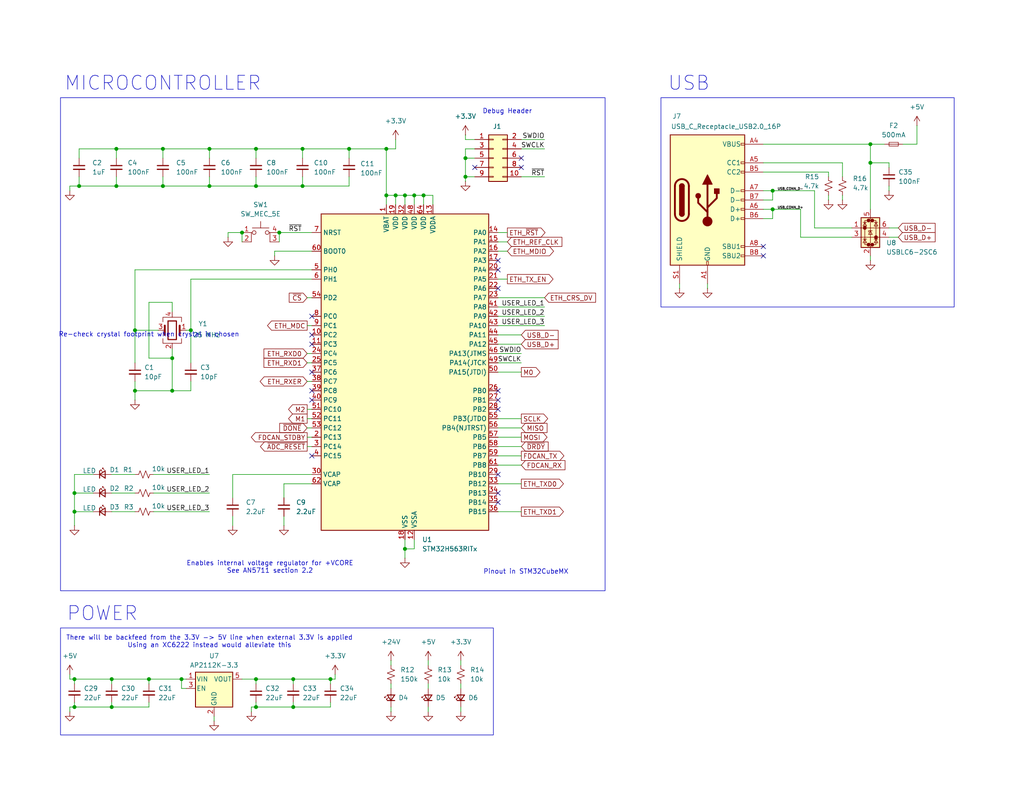
<source format=kicad_sch>
(kicad_sch (version 20250114) (generator "eeschema") (generator_version "9.0")
  (paper "USLetter")
  (title_block (title "PT DAQ") (date "2026-01-01") (rev "1A") (company "Aggie Propulsion and Rocketry Lab") (comment 1 "By: Nolan Poe") (comment 2 "Checked by: Daniel Fan"))
  (lib_symbols
    (symbol "Connector:USB_C_Receptacle_USB2.0_16P" (pin_names (offset 1.016))
      (property "Reference" "J" (at 0 22.225 0))
      (property "Value" "USB_C_Receptacle_USB2.0_16P" (at 0 19.685 0))
      (symbol "USB_C_Receptacle_USB2.0_16P_1_1"
        (pin passive line (at -7.62 -22.86 90) (length 5.08) (name "SHIELD") (number "S1"))
        (pin passive line (at 0 -22.86 90) (length 5.08) (name "GND") (number "A1"))
        (pin passive line (at 0 -22.86 90) (length 5.08) (hide yes) (name "GND") (number "A12"))
        (pin passive line (at 0 -22.86 90) (length 5.08) (hide yes) (name "GND") (number "B1"))
        (pin passive line (at 0 -22.86 90) (length 5.08) (hide yes) (name "GND") (number "B12"))
        (pin passive line (at 15.24 15.24 180) (length 5.08) (name "VBUS") (number "A4"))
        (pin passive line (at 15.24 15.24 180) (length 5.08) (hide yes) (name "VBUS") (number "A9"))
        (pin passive line (at 15.24 15.24 180) (length 5.08) (hide yes) (name "VBUS") (number "B4"))
        (pin passive line (at 15.24 15.24 180) (length 5.08) (hide yes) (name "VBUS") (number "B9"))
        (pin bidirectional line (at 15.24 10.16 180) (length 5.08) (name "CC1") (number "A5"))
        (pin bidirectional line (at 15.24 7.62 180) (length 5.08) (name "CC2") (number "B5"))
        (pin bidirectional line (at 15.24 2.54 180) (length 5.08) (name "D-") (number "A7"))
        (pin bidirectional line (at 15.24 0 180) (length 5.08) (name "D-") (number "B7"))
        (pin bidirectional line (at 15.24 -2.54 180) (length 5.08) (name "D+") (number "A6"))
        (pin bidirectional line (at 15.24 -5.08 180) (length 5.08) (name "D+") (number "B6"))
        (pin bidirectional line (at 15.24 -12.7 180) (length 5.08) (name "SBU1") (number "A8"))
        (pin bidirectional line (at 15.24 -15.24 180) (length 5.08) (name "SBU2") (number "B8"))
      )
    )
    (symbol "Connector_Generic:Conn_02x05_Odd_Even" (pin_names (offset 1.016) (hide yes))
      (property "Reference" "J" (at 1.27 7.62 0))
      (property "Value" "Conn_02x05_Odd_Even" (at 1.27 -7.62 0))
      (symbol "Conn_02x05_Odd_Even_1_1"
        (pin passive line (at -5.08 5.08 0) (length 3.81) (name "Pin_1") (number "1"))
        (pin passive line (at -5.08 2.54 0) (length 3.81) (name "Pin_3") (number "3"))
        (pin passive line (at -5.08 0 0) (length 3.81) (name "Pin_5") (number "5"))
        (pin passive line (at -5.08 -2.54 0) (length 3.81) (name "Pin_7") (number "7"))
        (pin passive line (at -5.08 -5.08 0) (length 3.81) (name "Pin_9") (number "9"))
        (pin passive line (at 7.62 5.08 180) (length 3.81) (name "Pin_2") (number "2"))
        (pin passive line (at 7.62 2.54 180) (length 3.81) (name "Pin_4") (number "4"))
        (pin passive line (at 7.62 0 180) (length 3.81) (name "Pin_6") (number "6"))
        (pin passive line (at 7.62 -2.54 180) (length 3.81) (name "Pin_8") (number "8"))
        (pin passive line (at 7.62 -5.08 180) (length 3.81) (name "Pin_10") (number "10"))
      )
    )
    (symbol "Device:C_Small" (pin_numbers (hide yes)) (pin_names (offset 0.254) (hide yes))
      (property "Reference" "C" (at 0.254 1.778 0))
      (property "Value" "C_Small" (at 0.254 -2.032 0))
      (symbol "C_Small_1_1"
        (pin passive line (at 0 2.54 270) (length 2.032) (name "~") (number "1"))
        (pin passive line (at 0 -2.54 90) (length 2.032) (name "~") (number "2"))
      )
    )
    (symbol "Device:Crystal_GND24" (pin_names (offset 1.016) (hide yes))
      (property "Reference" "Y" (at 3.175 5.08 0))
      (property "Value" "Crystal_GND24" (at 3.175 3.175 0))
      (symbol "Crystal_GND24_1_1"
        (pin passive line (at -3.81 0 0) (length 1.27) (name "1") (number "1"))
        (pin passive line (at 0 5.08 270) (length 1.27) (name "2") (number "2"))
        (pin passive line (at 0 -5.08 90) (length 1.27) (name "4") (number "4"))
        (pin passive line (at 3.81 0 180) (length 1.27) (name "3") (number "3"))
      )
    )
    (symbol "Device:Fuse_Small" (pin_numbers (hide yes)) (pin_names (offset 0.254) (hide yes))
      (property "Reference" "F" (at 0 -1.524 0))
      (property "Value" "Fuse_Small" (at 0 1.524 0))
      (symbol "Fuse_Small_1_1"
        (pin passive line (at -2.54 0 0) (length 1.27) (name "~") (number "1"))
        (pin passive line (at 2.54 0 180) (length 1.27) (name "~") (number "2"))
      )
    )
    (symbol "Device:LED_Small" (pin_numbers (hide yes)) (pin_names (offset 0.254) (hide yes))
      (property "Reference" "D" (at -1.27 3.175 0))
      (property "Value" "LED_Small" (at -4.445 -2.54 0))
      (symbol "LED_Small_1_1"
        (pin passive line (at -2.54 0 0) (length 1.778) (name "K") (number "1"))
        (pin passive line (at 2.54 0 180) (length 1.778) (name "A") (number "2"))
      )
    )
    (symbol "Device:R_Small_US" (pin_numbers (hide yes)) (pin_names (offset 0.254) (hide yes))
      (property "Reference" "R" (at 0.762 0.508 0))
      (property "Value" "R_Small_US" (at 0.762 -1.016 0))
      (symbol "R_Small_US_1_1"
        (pin passive line (at 0 2.54 270) (length 1.016) (name "~") (number "1"))
        (pin passive line (at 0 -2.54 90) (length 1.016) (name "~") (number "2"))
      )
    )
    (symbol "MCU_ST_STM32H5:STM32H563RITx"
      (property "Reference" "U" (at -22.86 44.45 0))
      (property "Value" "STM32H563RITx" (at 10.16 44.45 0))
      (symbol "STM32H563RITx_1_1"
        (pin input line (at -25.4 38.1 0) (length 2.54) (name "NRST") (number "7"))
        (pin input line (at -25.4 33.02 0) (length 2.54) (name "BOOT0") (number "60"))
        (pin bidirectional line (at -25.4 27.94 0) (length 2.54) (name "PH0") (number "5"))
        (pin bidirectional line (at -25.4 25.4 0) (length 2.54) (name "PH1") (number "6"))
        (pin bidirectional line (at -25.4 20.32 0) (length 2.54) (name "PD2") (number "54"))
        (pin bidirectional line (at -25.4 15.24 0) (length 2.54) (name "PC0") (number "8"))
        (pin bidirectional line (at -25.4 12.7 0) (length 2.54) (name "PC1") (number "9"))
        (pin bidirectional line (at -25.4 10.16 0) (length 2.54) (name "PC2") (number "10"))
        (pin bidirectional line (at -25.4 7.62 0) (length 2.54) (name "PC3") (number "11"))
        (pin bidirectional line (at -25.4 5.08 0) (length 2.54) (name "PC4") (number "24"))
        (pin bidirectional line (at -25.4 2.54 0) (length 2.54) (name "PC5") (number "25"))
        (pin bidirectional line (at -25.4 0 0) (length 2.54) (name "PC6") (number "37"))
        (pin bidirectional line (at -25.4 -2.54 0) (length 2.54) (name "PC7") (number "38"))
        (pin bidirectional line (at -25.4 -5.08 0) (length 2.54) (name "PC8") (number "39"))
        (pin bidirectional line (at -25.4 -7.62 0) (length 2.54) (name "PC9") (number "40"))
        (pin bidirectional line (at -25.4 -10.16 0) (length 2.54) (name "PC10") (number "51"))
        (pin bidirectional line (at -25.4 -12.7 0) (length 2.54) (name "PC11") (number "52"))
        (pin bidirectional line (at -25.4 -15.24 0) (length 2.54) (name "PC12") (number "53"))
        (pin bidirectional line (at -25.4 -17.78 0) (length 2.54) (name "PC13") (number "2"))
        (pin bidirectional line (at -25.4 -20.32 0) (length 2.54) (name "PC14") (number "3"))
        (pin bidirectional line (at -25.4 -22.86 0) (length 2.54) (name "PC15") (number "4"))
        (pin power_out line (at -25.4 -27.94 0) (length 2.54) (name "VCAP") (number "30"))
        (pin power_out line (at -25.4 -30.48 0) (length 2.54) (name "VCAP") (number "62"))
        (pin power_in line (at -5.08 45.72 270) (length 2.54) (name "VBAT") (number "1"))
        (pin power_in line (at -2.54 45.72 270) (length 2.54) (name "VDD") (number "19"))
        (pin power_in line (at 0 45.72 270) (length 2.54) (name "VDD") (number "32"))
        (pin power_in line (at 0 -45.72 90) (length 2.54) (name "VSS") (number "18"))
        (pin passive line (at 0 -45.72 90) (length 2.54) (hide yes) (name "VSS") (number "31"))
        (pin passive line (at 0 -45.72 90) (length 2.54) (hide yes) (name "VSS") (number "47"))
        (pin passive line (at 0 -45.72 90) (length 2.54) (hide yes) (name "VSS") (number "63"))
        (pin power_in line (at 2.54 45.72 270) (length 2.54) (name "VDD") (number "48"))
        (pin power_in line (at 2.54 -45.72 90) (length 2.54) (name "VSSA") (number "12"))
        (pin power_in line (at 5.08 45.72 270) (length 2.54) (name "VDD") (number "64"))
        (pin power_in line (at 7.62 45.72 270) (length 2.54) (name "VDDA") (number "13"))
        (pin bidirectional line (at 25.4 38.1 180) (length 2.54) (name "PA0") (number "14"))
        (pin bidirectional line (at 25.4 35.56 180) (length 2.54) (name "PA1") (number "15"))
        (pin bidirectional line (at 25.4 33.02 180) (length 2.54) (name "PA2") (number "16"))
        (pin bidirectional line (at 25.4 30.48 180) (length 2.54) (name "PA3") (number "17"))
        (pin bidirectional line (at 25.4 27.94 180) (length 2.54) (name "PA4") (number "20"))
        (pin bidirectional line (at 25.4 25.4 180) (length 2.54) (name "PA5") (number "21"))
        (pin bidirectional line (at 25.4 22.86 180) (length 2.54) (name "PA6") (number "22"))
        (pin bidirectional line (at 25.4 20.32 180) (length 2.54) (name "PA7") (number "23"))
        (pin bidirectional line (at 25.4 17.78 180) (length 2.54) (name "PA8") (number "41"))
        (pin bidirectional line (at 25.4 15.24 180) (length 2.54) (name "PA9") (number "42"))
        (pin bidirectional line (at 25.4 12.7 180) (length 2.54) (name "PA10") (number "43"))
        (pin bidirectional line (at 25.4 10.16 180) (length 2.54) (name "PA11") (number "44"))
        (pin bidirectional line (at 25.4 7.62 180) (length 2.54) (name "PA12") (number "45"))
        (pin bidirectional line (at 25.4 5.08 180) (length 2.54) (name "PA13(JTMS") (number "46"))
        (pin bidirectional line (at 25.4 2.54 180) (length 2.54) (name "PA14(JTCK") (number "49"))
        (pin bidirectional line (at 25.4 0 180) (length 2.54) (name "PA15(JTDI)") (number "50"))
        (pin bidirectional line (at 25.4 -5.08 180) (length 2.54) (name "PB0") (number "26"))
        (pin bidirectional line (at 25.4 -7.62 180) (length 2.54) (name "PB1") (number "27"))
        (pin bidirectional line (at 25.4 -10.16 180) (length 2.54) (name "PB2") (number "28"))
        (pin bidirectional line (at 25.4 -12.7 180) (length 2.54) (name "PB3(JTDO") (number "55"))
        (pin bidirectional line (at 25.4 -15.24 180) (length 2.54) (name "PB4(NJTRST)") (number "56"))
        (pin bidirectional line (at 25.4 -17.78 180) (length 2.54) (name "PB5") (number "57"))
        (pin bidirectional line (at 25.4 -20.32 180) (length 2.54) (name "PB6") (number "58"))
        (pin bidirectional line (at 25.4 -22.86 180) (length 2.54) (name "PB7") (number "59"))
        (pin bidirectional line (at 25.4 -25.4 180) (length 2.54) (name "PB8") (number "61"))
        (pin bidirectional line (at 25.4 -27.94 180) (length 2.54) (name "PB10") (number "29"))
        (pin bidirectional line (at 25.4 -30.48 180) (length 2.54) (name "PB12") (number "33"))
        (pin bidirectional line (at 25.4 -33.02 180) (length 2.54) (name "PB13") (number "34"))
        (pin bidirectional line (at 25.4 -35.56 180) (length 2.54) (name "PB14") (number "35"))
        (pin bidirectional line (at 25.4 -38.1 180) (length 2.54) (name "PB15") (number "36"))
      )
    )
    (symbol "Power_Protection:USBLC6-2SC6" (pin_names (hide yes))
      (property "Reference" "U" (at 0.635 5.715 0))
      (property "Value" "USBLC6-2SC6" (at 0.635 3.81 0))
      (symbol "USBLC6-2SC6_1_1"
        (pin passive line (at -5.08 0 0) (length 2.54) (name "I/O1") (number "1"))
        (pin passive line (at -5.08 -2.54 0) (length 2.54) (name "I/O2") (number "3"))
        (pin passive line (at 0 5.08 270) (length 2.54) (name "VBUS") (number "5"))
        (pin passive line (at 0 -7.62 90) (length 2.54) (name "GND") (number "2"))
        (pin passive line (at 5.08 0 180) (length 2.54) (name "I/O1") (number "6"))
        (pin passive line (at 5.08 -2.54 180) (length 2.54) (name "I/O2") (number "4"))
      )
    )
    (symbol "Regulator_Linear:AP2112K-3.3" (pin_names (offset 0.254))
      (property "Reference" "U" (at -5.08 5.715 0))
      (property "Value" "AP2112K-3.3" (at 0 5.715 0))
      (symbol "AP2112K-3.3_1_1"
        (pin power_in line (at -7.62 2.54 0) (length 2.54) (name "VIN") (number "1"))
        (pin input line (at -7.62 0 0) (length 2.54) (name "EN") (number "3"))
        (pin power_in line (at 0 -7.62 90) (length 2.54) (name "GND") (number "2"))
        (pin no_connect line (at 5.08 0 180) (length 2.54) (hide yes) (name "NC") (number "4"))
        (pin power_out line (at 7.62 2.54 180) (length 2.54) (name "VOUT") (number "5"))
      )
    )
    (symbol "Switch:SW_MEC_5E" (pin_names (offset 1.016) (hide yes))
      (property "Reference" "SW" (at 0.635 5.715 0))
      (property "Value" "SW_MEC_5E" (at 0 -3.175 0))
      (symbol "SW_MEC_5E_0_1"
        (pin passive line (at -5.08 2.54 0) (length 2.54) (name "1") (number "1"))
        (pin passive line (at -5.08 0 0) (length 2.54) (name "2") (number "2"))
        (pin passive line (at 5.08 2.54 180) (length 2.54) (name "A") (number "4"))
        (pin passive line (at 5.08 0 180) (length 2.54) (name "K") (number "3"))
      )
    )
    (symbol "power:+24V" (power) (pin_numbers (hide yes)) (pin_names (offset 0) (hide yes))
      (property "Value" "+24V" (at 0 3.556 0))
      (symbol "+24V_1_1"
        (pin power_in line (at 0 0 90) (length 0) (name "~") (number "1"))
      )
    )
    (symbol "power:+3.3V" (power) (pin_numbers (hide yes)) (pin_names (offset 0) (hide yes))
      (property "Value" "+3.3V" (at 0 3.556 0))
      (symbol "+3.3V_1_1"
        (pin power_in line (at 0 0 90) (length 0) (name "~") (number "1"))
      )
    )
    (symbol "power:+3V3" (power) (pin_numbers (hide yes)) (pin_names (offset 0) (hide yes))
      (property "Value" "+3V3" (at 0 3.556 0))
      (symbol "+3V3_1_1"
        (pin power_in line (at 0 0 90) (length 0) (name "~") (number "1"))
      )
    )
    (symbol "power:+5V" (power) (pin_numbers (hide yes)) (pin_names (offset 0) (hide yes))
      (property "Value" "+5V" (at 0 3.556 0))
      (symbol "+5V_1_1"
        (pin power_in line (at 0 0 90) (length 0) (name "~") (number "1"))
      )
    )
    (symbol "power:GND" (power) (pin_numbers (hide yes)) (pin_names (offset 0) (hide yes))
      (property "Value" "GND" (at 0 -3.81 0))
      (symbol "GND_1_1"
        (pin power_in line (at 0 0 270) (length 0) (name "~") (number "1"))
      )
    )
  )
  (rectangle (start 180.34 26.67) (end 260.35 83.82))
  (rectangle (start 16.51 171.45) (end 134.62 200.66))
  (rectangle (start 16.51 26.67) (end 165.1 161.29))
  (text "Enables internal voltage regulator for +VCORE\nSee AN5711 section 2.2" (at 73.66 154.94 0) (effects (font (size 1.27 1.27))))
  (text "MICROCONTROLLER" (at 44.45 22.86 0) (effects (font (size 3.81 3.81))))
  (text "There will be backfeed from the 3.3V -> 5V line when external 3.3V is applied\nUsing an XC6222 instead would alleviate this" (at 57.15 175.26 0) (effects (font (size 1.27 1.27))))
  (text "USB" (at 187.96 22.86 0) (effects (font (size 3.81 3.81))))
  (text "POWER" (at 27.94 167.64 0) (effects (font (size 3.81 3.81))))
  (text "Re-check crystal footprint when crystal is chosen" (at 40.64 91.44 0) (effects (font (size 1.27 1.27))))
  (text "Pinout in STM32CubeMX" (at 143.51 156.21 0) (effects (font (size 1.27 1.27))))
  (text "Debug Header" (at 138.43 30.48 0) (effects (font (size 1.27 1.27))))
  (junction (at 44.45 40.64))
  (junction (at 80.01 193.04))
  (junction (at 49.53 185.42))
  (junction (at 69.85 40.64))
  (junction (at 31.75 40.64))
  (junction (at 69.85 193.04))
  (junction (at 57.15 50.8))
  (junction (at 44.45 50.8))
  (junction (at 46.99 106.68))
  (junction (at 36.83 90.17))
  (junction (at 107.95 53.34))
  (junction (at 20.32 139.7))
  (junction (at 66.04 63.5))
  (junction (at 105.41 53.34))
  (junction (at 105.41 40.64))
  (junction (at 210.82 52.07))
  (junction (at 20.32 185.42))
  (junction (at 82.55 40.64))
  (junction (at 237.49 39.37))
  (junction (at 52.07 90.17))
  (junction (at 82.55 50.8))
  (junction (at 20.32 193.04))
  (junction (at 20.32 134.62))
  (junction (at 36.83 106.68))
  (junction (at 110.49 149.86))
  (junction (at 115.57 53.34))
  (junction (at 46.99 97.79))
  (junction (at 76.2 63.5))
  (junction (at 30.48 185.42))
  (junction (at 40.64 185.42))
  (junction (at 110.49 53.34))
  (junction (at 80.01 185.42))
  (junction (at 31.75 50.8))
  (junction (at 127 48.26))
  (junction (at 30.48 193.04))
  (junction (at 69.85 185.42))
  (junction (at 113.03 53.34))
  (junction (at 237.49 44.45))
  (junction (at 69.85 50.8))
  (junction (at 95.25 40.64))
  (junction (at 21.59 50.8))
  (junction (at 127 43.18))
  (junction (at 90.17 185.42))
  (junction (at 210.82 57.15))
  (junction (at 57.15 40.64))
  (no_connect (at 142.24 43.18))
  (no_connect (at 129.54 45.72))
  (no_connect (at 208.28 67.31))
  (no_connect (at 85.09 106.68))
  (no_connect (at 135.89 109.22))
  (no_connect (at 135.89 78.74))
  (no_connect (at 85.09 101.6))
  (no_connect (at 135.89 71.12))
  (no_connect (at 208.28 69.85))
  (no_connect (at 135.89 73.66))
  (no_connect (at 85.09 91.44))
  (no_connect (at 135.89 111.76))
  (no_connect (at 135.89 137.16))
  (no_connect (at 85.09 86.36))
  (no_connect (at 85.09 124.46))
  (no_connect (at 135.89 134.62))
  (no_connect (at 85.09 93.98))
  (no_connect (at 142.24 45.72))
  (no_connect (at 135.89 106.68))
  (no_connect (at 85.09 109.22))
  (no_connect (at 135.89 129.54))
  (wire (pts (xy 80.01 185.42) (xy 90.17 185.42)))
  (wire (pts (xy 135.89 91.44) (xy 142.24 91.44)))
  (wire (pts (xy 118.11 55.88) (xy 118.11 53.34)))
  (wire (pts (xy 80.01 185.42) (xy 80.01 186.69)))
  (wire (pts (xy 20.32 185.42) (xy 20.32 186.69)))
  (wire (pts (xy 57.15 40.64) (xy 69.85 40.64)))
  (wire (pts (xy 21.59 40.64) (xy 31.75 40.64)))
  (wire (pts (xy 31.75 50.8) (xy 31.75 48.26)))
  (wire (pts (xy 66.04 63.5) (xy 66.04 66.04)))
  (wire (pts (xy 20.32 134.62) (xy 25.4 134.62)))
  (wire (pts (xy 116.84 193.04) (xy 116.84 194.31)))
  (wire (pts (xy 127 38.1) (xy 129.54 38.1)))
  (wire (pts (xy 20.32 129.54) (xy 20.32 134.62)))
  (wire (pts (xy 125.73 193.04) (xy 125.73 194.31)))
  (wire (pts (xy 127 43.18) (xy 127 40.64)))
  (wire (pts (xy 31.75 43.18) (xy 31.75 40.64)))
  (wire (pts (xy 91.44 185.42) (xy 91.44 184.15)))
  (wire (pts (xy 106.68 187.96) (xy 106.68 186.69)))
  (wire (pts (xy 83.82 81.28) (xy 85.09 81.28)))
  (wire (pts (xy 242.57 52.07) (xy 242.57 50.8)))
  (wire (pts (xy 49.53 187.96) (xy 49.53 185.42)))
  (wire (pts (xy 69.85 40.64) (xy 69.85 43.18)))
  (wire (pts (xy 95.25 40.64) (xy 105.41 40.64)))
  (wire (pts (xy 69.85 40.64) (xy 82.55 40.64)))
  (wire (pts (xy 83.82 116.84) (xy 85.09 116.84)))
  (wire (pts (xy 41.91 129.54) (xy 57.15 129.54)))
  (wire (pts (xy 142.24 119.38) (xy 135.89 119.38)))
  (wire (pts (xy 142.24 121.92) (xy 135.89 121.92)))
  (wire (pts (xy 30.48 134.62) (xy 36.83 134.62)))
  (wire (pts (xy 148.59 48.26) (xy 142.24 48.26)))
  (wire (pts (xy 127 48.26) (xy 127 49.53)))
  (wire (pts (xy 237.49 57.15) (xy 237.49 44.45)))
  (wire (pts (xy 222.25 62.23) (xy 232.41 62.23)))
  (wire (pts (xy 105.41 53.34) (xy 105.41 55.88)))
  (wire (pts (xy 241.3 39.37) (xy 237.49 39.37)))
  (wire (pts (xy 46.99 97.79) (xy 46.99 106.68)))
  (wire (pts (xy 30.48 185.42) (xy 30.48 186.69)))
  (wire (pts (xy 185.42 78.74) (xy 185.42 77.47)))
  (wire (pts (xy 30.48 129.54) (xy 36.83 129.54)))
  (wire (pts (xy 21.59 40.64) (xy 21.59 43.18)))
  (wire (pts (xy 83.82 121.92) (xy 85.09 121.92)))
  (wire (pts (xy 142.24 139.7) (xy 135.89 139.7)))
  (wire (pts (xy 125.73 187.96) (xy 125.73 186.69)))
  (wire (pts (xy 80.01 191.77) (xy 80.01 193.04)))
  (wire (pts (xy 113.03 149.86) (xy 110.49 149.86)))
  (wire (pts (xy 20.32 193.04) (xy 20.32 191.77)))
  (wire (pts (xy 83.82 88.9) (xy 85.09 88.9)))
  (wire (pts (xy 208.28 39.37) (xy 237.49 39.37)))
  (wire (pts (xy 63.5 129.54) (xy 63.5 135.89)))
  (wire (pts (xy 69.85 185.42) (xy 69.85 186.69)))
  (wire (pts (xy 127 40.64) (xy 129.54 40.64)))
  (wire (pts (xy 82.55 50.8) (xy 82.55 48.26)))
  (wire (pts (xy 148.59 81.28) (xy 135.89 81.28)))
  (wire (pts (xy 127 43.18) (xy 129.54 43.18)))
  (wire (pts (xy 242.57 44.45) (xy 242.57 45.72)))
  (wire (pts (xy 20.32 139.7) (xy 25.4 139.7)))
  (wire (pts (xy 82.55 50.8) (xy 95.25 50.8)))
  (wire (pts (xy 148.59 38.1) (xy 142.24 38.1)))
  (wire (pts (xy 63.5 129.54) (xy 85.09 129.54)))
  (wire (pts (xy 49.53 187.96) (xy 50.8 187.96)))
  (wire (pts (xy 107.95 53.34) (xy 105.41 53.34)))
  (wire (pts (xy 242.57 62.23) (xy 245.11 62.23)))
  (wire (pts (xy 40.64 97.79) (xy 46.99 97.79)))
  (wire (pts (xy 82.55 40.64) (xy 82.55 43.18)))
  (wire (pts (xy 110.49 149.86) (xy 110.49 147.32)))
  (wire (pts (xy 62.23 63.5) (xy 62.23 64.77)))
  (wire (pts (xy 90.17 193.04) (xy 90.17 191.77)))
  (wire (pts (xy 69.85 50.8) (xy 69.85 48.26)))
  (wire (pts (xy 21.59 50.8) (xy 19.05 50.8)))
  (wire (pts (xy 40.64 193.04) (xy 40.64 191.77)))
  (wire (pts (xy 74.93 68.58) (xy 85.09 68.58)))
  (wire (pts (xy 210.82 57.15) (xy 218.44 57.15)))
  (wire (pts (xy 138.43 76.2) (xy 135.89 76.2)))
  (wire (pts (xy 44.45 50.8) (xy 57.15 50.8)))
  (wire (pts (xy 218.44 64.77) (xy 232.41 64.77)))
  (wire (pts (xy 107.95 55.88) (xy 107.95 53.34)))
  (wire (pts (xy 57.15 50.8) (xy 57.15 48.26)))
  (wire (pts (xy 36.83 90.17) (xy 43.18 90.17)))
  (wire (pts (xy 237.49 44.45) (xy 242.57 44.45)))
  (wire (pts (xy 250.19 39.37) (xy 246.38 39.37)))
  (wire (pts (xy 95.25 40.64) (xy 95.25 43.18)))
  (wire (pts (xy 208.28 52.07) (xy 210.82 52.07)))
  (wire (pts (xy 226.06 54.61) (xy 226.06 53.34)))
  (wire (pts (xy 46.99 85.09) (xy 46.99 82.55)))
  (wire (pts (xy 46.99 97.79) (xy 46.99 95.25)))
  (wire (pts (xy 76.2 63.5) (xy 85.09 63.5)))
  (wire (pts (xy 106.68 180.34) (xy 106.68 181.61)))
  (wire (pts (xy 90.17 185.42) (xy 90.17 186.69)))
  (wire (pts (xy 208.28 54.61) (xy 210.82 54.61)))
  (wire (pts (xy 208.28 46.99) (xy 226.06 46.99)))
  (wire (pts (xy 125.73 180.34) (xy 125.73 181.61)))
  (wire (pts (xy 40.64 185.42) (xy 40.64 186.69)))
  (wire (pts (xy 74.93 68.58) (xy 74.93 69.85)))
  (wire (pts (xy 142.24 124.46) (xy 135.89 124.46)))
  (wire (pts (xy 30.48 185.42) (xy 40.64 185.42)))
  (wire (pts (xy 41.91 134.62) (xy 57.15 134.62)))
  (wire (pts (xy 41.91 139.7) (xy 57.15 139.7)))
  (wire (pts (xy 20.32 134.62) (xy 20.32 139.7)))
  (wire (pts (xy 237.49 71.12) (xy 237.49 69.85)))
  (wire (pts (xy 91.44 185.42) (xy 90.17 185.42)))
  (wire (pts (xy 113.03 53.34) (xy 110.49 53.34)))
  (wire (pts (xy 36.83 73.66) (xy 85.09 73.66)))
  (wire (pts (xy 77.47 143.51) (xy 77.47 140.97)))
  (wire (pts (xy 245.11 64.77) (xy 242.57 64.77)))
  (wire (pts (xy 21.59 50.8) (xy 31.75 50.8)))
  (wire (pts (xy 69.85 50.8) (xy 82.55 50.8)))
  (wire (pts (xy 110.49 53.34) (xy 110.49 55.88)))
  (wire (pts (xy 20.32 193.04) (xy 30.48 193.04)))
  (wire (pts (xy 77.47 132.08) (xy 77.47 135.89)))
  (wire (pts (xy 36.83 73.66) (xy 36.83 90.17)))
  (wire (pts (xy 30.48 193.04) (xy 40.64 193.04)))
  (wire (pts (xy 19.05 52.07) (xy 19.05 50.8)))
  (wire (pts (xy 19.05 193.04) (xy 19.05 194.31)))
  (wire (pts (xy 210.82 54.61) (xy 210.82 52.07)))
  (wire (pts (xy 36.83 106.68) (xy 46.99 106.68)))
  (wire (pts (xy 142.24 116.84) (xy 135.89 116.84)))
  (wire (pts (xy 46.99 106.68) (xy 52.07 106.68)))
  (wire (pts (xy 20.32 139.7) (xy 20.32 143.51)))
  (wire (pts (xy 218.44 57.15) (xy 218.44 64.77)))
  (wire (pts (xy 127 36.83) (xy 127 38.1)))
  (wire (pts (xy 208.28 59.69) (xy 210.82 59.69)))
  (wire (pts (xy 110.49 53.34) (xy 107.95 53.34)))
  (wire (pts (xy 40.64 185.42) (xy 49.53 185.42)))
  (wire (pts (xy 30.48 139.7) (xy 36.83 139.7)))
  (wire (pts (xy 69.85 191.77) (xy 69.85 193.04)))
  (wire (pts (xy 210.82 52.07) (xy 222.25 52.07)))
  (wire (pts (xy 82.55 40.64) (xy 95.25 40.64)))
  (wire (pts (xy 193.04 78.74) (xy 193.04 77.47)))
  (wire (pts (xy 21.59 48.26) (xy 21.59 50.8)))
  (wire (pts (xy 69.85 185.42) (xy 80.01 185.42)))
  (wire (pts (xy 135.89 93.98) (xy 142.24 93.98)))
  (wire (pts (xy 106.68 193.04) (xy 106.68 194.31)))
  (wire (pts (xy 135.89 63.5) (xy 138.43 63.5)))
  (wire (pts (xy 62.23 63.5) (xy 66.04 63.5)))
  (wire (pts (xy 30.48 191.77) (xy 30.48 193.04)))
  (wire (pts (xy 113.03 147.32) (xy 113.03 149.86)))
  (wire (pts (xy 52.07 90.17) (xy 52.07 99.06)))
  (wire (pts (xy 44.45 40.64) (xy 57.15 40.64)))
  (wire (pts (xy 142.24 127) (xy 135.89 127)))
  (wire (pts (xy 52.07 76.2) (xy 85.09 76.2)))
  (wire (pts (xy 237.49 44.45) (xy 237.49 39.37)))
  (wire (pts (xy 142.24 114.3) (xy 135.89 114.3)))
  (wire (pts (xy 19.05 184.15) (xy 19.05 185.42)))
  (wire (pts (xy 85.09 132.08) (xy 77.47 132.08)))
  (wire (pts (xy 142.24 132.08) (xy 135.89 132.08)))
  (wire (pts (xy 80.01 193.04) (xy 90.17 193.04)))
  (wire (pts (xy 40.64 82.55) (xy 40.64 97.79)))
  (wire (pts (xy 107.95 40.64) (xy 105.41 40.64)))
  (wire (pts (xy 83.82 114.3) (xy 85.09 114.3)))
  (wire (pts (xy 44.45 50.8) (xy 44.45 48.26)))
  (wire (pts (xy 115.57 53.34) (xy 113.03 53.34)))
  (wire (pts (xy 66.04 185.42) (xy 69.85 185.42)))
  (wire (pts (xy 68.58 193.04) (xy 68.58 194.31)))
  (wire (pts (xy 83.82 111.76) (xy 85.09 111.76)))
  (wire (pts (xy 138.43 66.04) (xy 135.89 66.04)))
  (wire (pts (xy 57.15 50.8) (xy 69.85 50.8)))
  (wire (pts (xy 36.83 104.14) (xy 36.83 106.68)))
  (wire (pts (xy 50.8 90.17) (xy 52.07 90.17)))
  (wire (pts (xy 210.82 57.15) (xy 208.28 57.15)))
  (wire (pts (xy 222.25 52.07) (xy 222.25 62.23)))
  (wire (pts (xy 31.75 40.64) (xy 44.45 40.64)))
  (wire (pts (xy 19.05 185.42) (xy 20.32 185.42)))
  (wire (pts (xy 135.89 83.82) (xy 148.59 83.82)))
  (wire (pts (xy 127 48.26) (xy 127 43.18)))
  (wire (pts (xy 20.32 185.42) (xy 30.48 185.42)))
  (wire (pts (xy 19.05 193.04) (xy 20.32 193.04)))
  (wire (pts (xy 226.06 46.99) (xy 226.06 48.26)))
  (wire (pts (xy 20.32 129.54) (xy 25.4 129.54)))
  (wire (pts (xy 116.84 187.96) (xy 116.84 186.69)))
  (wire (pts (xy 83.82 104.14) (xy 85.09 104.14)))
  (wire (pts (xy 107.95 40.64) (xy 107.95 38.1)))
  (wire (pts (xy 95.25 50.8) (xy 95.25 48.26)))
  (wire (pts (xy 36.83 109.22) (xy 36.83 106.68)))
  (wire (pts (xy 76.2 63.5) (xy 76.2 66.04)))
  (wire (pts (xy 135.89 86.36) (xy 148.59 86.36)))
  (wire (pts (xy 210.82 59.69) (xy 210.82 57.15)))
  (wire (pts (xy 208.28 44.45) (xy 229.87 44.45)))
  (wire (pts (xy 52.07 76.2) (xy 52.07 90.17)))
  (wire (pts (xy 31.75 50.8) (xy 44.45 50.8)))
  (wire (pts (xy 116.84 180.34) (xy 116.84 181.61)))
  (wire (pts (xy 250.19 34.29) (xy 250.19 39.37)))
  (wire (pts (xy 135.89 88.9) (xy 148.59 88.9)))
  (wire (pts (xy 46.99 82.55) (xy 40.64 82.55)))
  (wire (pts (xy 44.45 40.64) (xy 44.45 43.18)))
  (wire (pts (xy 83.82 96.52) (xy 85.09 96.52)))
  (wire (pts (xy 142.24 96.52) (xy 135.89 96.52)))
  (wire (pts (xy 229.87 44.45) (xy 229.87 48.26)))
  (wire (pts (xy 52.07 106.68) (xy 52.07 104.14)))
  (wire (pts (xy 115.57 53.34) (xy 115.57 55.88)))
  (wire (pts (xy 138.43 68.58) (xy 135.89 68.58)))
  (wire (pts (xy 58.42 196.85) (xy 58.42 195.58)))
  (wire (pts (xy 142.24 99.06) (xy 135.89 99.06)))
  (wire (pts (xy 110.49 152.4) (xy 110.49 149.86)))
  (wire (pts (xy 83.82 99.06) (xy 85.09 99.06)))
  (wire (pts (xy 118.11 53.34) (xy 115.57 53.34)))
  (wire (pts (xy 127 48.26) (xy 129.54 48.26)))
  (wire (pts (xy 68.58 193.04) (xy 69.85 193.04)))
  (wire (pts (xy 105.41 40.64) (xy 105.41 53.34)))
  (wire (pts (xy 49.53 185.42) (xy 50.8 185.42)))
  (wire (pts (xy 113.03 53.34) (xy 113.03 55.88)))
  (wire (pts (xy 69.85 193.04) (xy 80.01 193.04)))
  (wire (pts (xy 83.82 119.38) (xy 85.09 119.38)))
  (wire (pts (xy 57.15 40.64) (xy 57.15 43.18)))
  (wire (pts (xy 135.89 101.6) (xy 142.24 101.6)))
  (wire (pts (xy 148.59 40.64) (xy 142.24 40.64)))
  (wire (pts (xy 63.5 143.51) (xy 63.5 140.97)))
  (wire (pts (xy 229.87 54.61) (xy 229.87 53.34)))
  (wire (pts (xy 36.83 90.17) (xy 36.83 99.06)))
  (label "SWDIO" (at 142.24 96.52 180))
  (label "SWCLK" (at 142.24 99.06 180))
  (label "USER_LED_2" (at 148.59 86.36 180))
  (label "USER_LED_2" (at 57.15 134.62 180))
  (label "~{RST}" (at 78.74 63.5 0))
  (label "USB_CONN_D-" (at 212.09 52.07 0) (effects (font (size 0.635 0.635))))
  (label "SWDIO" (at 148.59 38.1 180))
  (label "USER_LED_1" (at 57.15 129.54 180))
  (label "USER_LED_3" (at 148.59 88.9 180))
  (label "USER_LED_1" (at 148.59 83.82 180))
  (label "USB_CONN_D+" (at 212.09 57.15 0) (effects (font (size 0.635 0.635))))
  (label "~{RST}" (at 148.59 48.26 180))
  (label "SWCLK" (at 148.59 40.64 180))
  (label "USER_LED_3" (at 57.15 139.7 180))
  (global_label "ETH_TX_EN" (shape output) (at 138.43 76.2 0) (property "Intersheetrefs" "${INTERSHEET_REFS}" (effects (hide yes))))
  (global_label "FDCAN_TX" (shape output) (at 142.24 124.46 0) (property "Intersheetrefs" "${INTERSHEET_REFS}" (effects (hide yes))))
  (global_label "~{DONE}" (shape input) (at 83.82 116.84 180) (property "Intersheetrefs" "${INTERSHEET_REFS}" (effects (hide yes))))
  (global_label "MOSI" (shape output) (at 142.24 119.38 0) (property "Intersheetrefs" "${INTERSHEET_REFS}" (effects (hide yes))))
  (global_label "FDCAN_STDBY" (shape output) (at 83.82 119.38 180) (property "Intersheetrefs" "${INTERSHEET_REFS}" (effects (hide yes))))
  (global_label "M2" (shape output) (at 83.82 111.76 180) (property "Intersheetrefs" "${INTERSHEET_REFS}" (effects (hide yes))))
  (global_label "M1" (shape output) (at 83.82 114.3 180) (property "Intersheetrefs" "${INTERSHEET_REFS}" (effects (hide yes))))
  (global_label "FDCAN_RX" (shape input) (at 142.24 127 0) (property "Intersheetrefs" "${INTERSHEET_REFS}" (effects (hide yes))))
  (global_label "USB_D-" (shape input) (at 142.24 91.44 0) (property "Intersheetrefs" "${INTERSHEET_REFS}" (effects (hide yes))))
  (global_label "M0" (shape output) (at 142.24 101.6 0) (property "Intersheetrefs" "${INTERSHEET_REFS}" (effects (hide yes))))
  (global_label "ETH_TXD0" (shape output) (at 142.24 132.08 0) (property "Intersheetrefs" "${INTERSHEET_REFS}" (effects (hide yes))))
  (global_label "ETH_MDC" (shape output) (at 83.82 88.9 180) (property "Intersheetrefs" "${INTERSHEET_REFS}" (effects (hide yes))))
  (global_label "ETH_MDIO" (shape bidirectional) (at 138.43 68.58 0) (property "Intersheetrefs" "${INTERSHEET_REFS}" (effects (hide yes))))
  (global_label "~{ADC_RESET}" (shape output) (at 83.82 121.92 180) (property "Intersheetrefs" "${INTERSHEET_REFS}" (effects (hide yes))))
  (global_label "~{DRDY}" (shape input) (at 142.24 121.92 0) (property "Intersheetrefs" "${INTERSHEET_REFS}" (effects (hide yes))))
  (global_label "ETH_CRS_DV" (shape input) (at 148.59 81.28 0) (property "Intersheetrefs" "${INTERSHEET_REFS}" (effects (hide yes))))
  (global_label "ETH_RXD1" (shape input) (at 83.82 99.06 180) (property "Intersheetrefs" "${INTERSHEET_REFS}" (effects (hide yes))))
  (global_label "ETH_RXD0" (shape input) (at 83.82 96.52 180) (property "Intersheetrefs" "${INTERSHEET_REFS}" (effects (hide yes))))
  (global_label "ETH_REF_CLK" (shape input) (at 138.43 66.04 0) (property "Intersheetrefs" "${INTERSHEET_REFS}" (effects (hide yes))))
  (global_label "MISO" (shape input) (at 142.24 116.84 0) (property "Intersheetrefs" "${INTERSHEET_REFS}" (effects (hide yes))))
  (global_label "USB_D+" (shape input) (at 142.24 93.98 0) (property "Intersheetrefs" "${INTERSHEET_REFS}" (effects (hide yes))))
  (global_label "~{CS}" (shape input) (at 83.82 81.28 180) (property "Intersheetrefs" "${INTERSHEET_REFS}" (effects (hide yes))))
  (global_label "ETH_~{RST}" (shape output) (at 138.43 63.5 0) (property "Intersheetrefs" "${INTERSHEET_REFS}" (effects (hide yes))))
  (global_label "ETH_RXER" (shape bidirectional) (at 83.82 104.14 180) (property "Intersheetrefs" "${INTERSHEET_REFS}" (effects (hide yes))))
  (global_label "ETH_TXD1" (shape output) (at 142.24 139.7 0) (property "Intersheetrefs" "${INTERSHEET_REFS}" (effects (hide yes))))
  (global_label "USB_D+" (shape input) (at 245.11 64.77 0) (property "Intersheetrefs" "${INTERSHEET_REFS}" (effects (hide yes))))
  (global_label "SCLK" (shape output) (at 142.24 114.3 0) (property "Intersheetrefs" "${INTERSHEET_REFS}" (effects (hide yes))))
  (global_label "USB_D-" (shape input) (at 245.11 62.23 0) (property "Intersheetrefs" "${INTERSHEET_REFS}" (effects (hide yes))))
  (symbol (lib_id "Device:C_Small") (at 69.85 189.23 0) (unit 1)
    (property "Reference" "C32" (at 72.39 187.9662 0) (effects (justify left)))
    (property "Value" "22uF" (at 72.39 190.5062 0) (effects (justify left)))
    (property "Footprint" "aprlprints:C_0805-noct" (effects (hide yes)))
    (property "Description" "Unpolarized capacitor, small symbol" (effects (hide yes)))
  )
  (symbol (lib_id "Device:C_Small") (at 44.45 45.72 0) (unit 1)
    (property "Reference" "C5" (at 48.006 44.45 0) (effects (justify left)))
    (property "Value" "100nF" (at 48.006 46.99 0) (effects (justify left)))
    (property "Footprint" "aprlprints:C_0603-noct" (effects (hide yes)))
    (property "Description" "Unpolarized capacitor, small symbol" (effects (hide yes)))
    (property "LCSC" "C1525" (effects (hide yes)))
  )
  (symbol (lib_id "Device:C_Small") (at 95.25 45.72 0) (unit 1)
    (property "Reference" "C11" (at 98.298 44.704 0) (effects (justify left)))
    (property "Value" "100nF" (at 98.298 47.244 0) (effects (justify left)))
    (property "Footprint" "aprlprints:C_0603-noct" (effects (hide yes)))
    (property "Description" "Unpolarized capacitor, small symbol" (effects (hide yes)))
    (property "LCSC" "C1525" (effects (hide yes)))
  )
  (symbol (lib_id "MCU_ST_STM32H5:STM32H563RITx") (at 110.49 101.6 0) (unit 1)
    (property "Reference" "U1" (at 115.1733 147.32 0) (effects (justify left)))
    (property "Value" "STM32H563RITx" (at 115.1733 149.86 0) (effects (justify left)))
    (property "Footprint" "Package_QFP:LQFP-64_10x10mm_P0.5mm" (effects (hide yes)))
    (property "Datasheet" "https://www.st.com/resource/en/datasheet/stm32h563ri.pdf" (effects (hide yes)))
    (property "Description" "STMicroelectronics Arm Cortex-M33 MCU, 2048KB flash, 640KB RAM, 250 MHz, 1.62-3.6V, 49 GPIO, LQFP64" (effects (hide yes)))
  )
  (symbol (lib_id "power:GND") (at 110.49 152.4 0) (unit 1)
    (property "Reference" "#PWR09" (effects (hide yes)))
    (property "Value" "GND" (effects (hide yes)))
    (property "Description" "Power symbol creates a global label with name \"GND\" , ground" (effects (hide yes)))
  )
  (symbol (lib_id "power:GND") (at 63.5 143.51 0) (unit 1)
    (property "Reference" "#PWR05" (effects (hide yes)))
    (property "Value" "GND" (effects (hide yes)))
    (property "Description" "Power symbol creates a global label with name \"GND\" , ground" (effects (hide yes)))
  )
  (symbol (lib_id "power:GND") (at 20.32 143.51 0) (unit 1)
    (property "Reference" "#PWR01" (effects (hide yes)))
    (property "Value" "GND" (effects (hide yes)))
    (property "Description" "Power symbol creates a global label with name \"GND\" , ground" (effects (hide yes)))
  )
  (symbol (lib_id "Device:C_Small") (at 31.75 45.72 0) (unit 1)
    (property "Reference" "C4" (at 34.798 44.45 0) (effects (justify left)))
    (property "Value" "100nF" (at 34.798 46.99 0) (effects (justify left)))
    (property "Footprint" "aprlprints:C_0603-noct" (effects (hide yes)))
    (property "Description" "Unpolarized capacitor, small symbol" (effects (hide yes)))
    (property "LCSC" "C1525" (effects (hide yes)))
  )
  (symbol (lib_id "Device:C_Small") (at 242.57 48.26 0) (unit 1)
    (property "Reference" "C35" (at 245.11 46.9962 0) (effects (justify left)))
    (property "Value" "100nF" (at 245.11 49.5362 0) (effects (justify left)))
    (property "Footprint" "aprlprints:C_0603-noct" (effects (hide yes)))
    (property "Description" "Unpolarized capacitor, small symbol" (effects (hide yes)))
  )
  (symbol (lib_id "Device:C_Small") (at 36.83 101.6 0) (unit 1)
    (property "Reference" "C1" (at 39.37 100.3362 0) (effects (justify left)))
    (property "Value" "10pF" (at 39.37 102.8762 0) (effects (justify left)))
    (property "Footprint" "aprlprints:C_0603-noct" (effects (hide yes)))
    (property "Description" "Unpolarized capacitor, small symbol" (effects (hide yes)))
    (property "LCSC" "C32949" (effects (hide yes)))
  )
  (symbol (lib_id "Device:R_Small_US") (at 226.06 50.8 180) (unit 1)
    (property "Reference" "R15" (at 223.52 48.26 0) (effects (justify left)))
    (property "Value" "4.7k" (at 223.52 50.8 0) (effects (justify left)))
    (property "Footprint" "aprlprints:R_0603-noct" (effects (hide yes)))
    (property "Description" "Resistor, small US symbol" (effects (hide yes)))
  )
  (symbol (lib_id "Device:R_Small_US") (at 106.68 184.15 0) (unit 1)
    (property "Reference" "R12" (at 109.22 182.8799 0) (effects (justify left)))
    (property "Value" "150k" (at 109.22 185.4199 0) (effects (justify left)))
    (property "Footprint" "aprlprints:R_0603-noct" (effects (hide yes)))
    (property "Description" "Resistor, small US symbol" (effects (hide yes)))
  )
  (symbol (lib_id "power:+3V3") (at 107.95 38.1 0) (unit 1)
    (property "Reference" "#PWR08" (effects (hide yes)))
    (property "Value" "+3.3V" (at 107.95 33.02 0))
    (property "Description" "Power symbol creates a global label with name \"+3V3\"" (effects (hide yes)))
  )
  (symbol (lib_id "Device:LED_Small") (at 27.94 134.62 0) (unit 1)
    (property "Reference" "D2" (at 31.242 133.35 0))
    (property "Value" "LED" (at 24.384 133.604 0))
    (property "Footprint" "aprlprints:LED_0603-noct" (effects (hide yes)))
    (property "Description" "Light emitting diode, small symbol" (effects (hide yes)))
    (property "Sim.Pins" "1=K 2=A" (effects (hide yes)))
    (property "LCSC" "C965793" (effects (hide yes)))
    (property "Sim.Pin" "1=K 2=A" (effects (hide yes)))
  )
  (symbol (lib_id "power:+5V") (at 116.84 180.34 0) (unit 1)
    (property "Reference" "#PWR050" (effects (hide yes)))
    (property "Value" "+5V" (at 116.84 175.26 0))
    (property "Description" "Power symbol creates a global label with name \"+5V\"" (effects (hide yes)))
  )
  (symbol (lib_id "Device:C_Small") (at 82.55 45.72 0) (unit 1)
    (property "Reference" "C10" (at 85.598 44.45 0) (effects (justify left)))
    (property "Value" "100nF" (at 85.598 46.99 0) (effects (justify left)))
    (property "Footprint" "aprlprints:C_0603-noct" (effects (hide yes)))
    (property "Description" "Unpolarized capacitor, small symbol" (effects (hide yes)))
    (property "LCSC" "C1525" (effects (hide yes)))
  )
  (symbol (lib_id "Device:R_Small_US") (at 39.37 139.7 90) (unit 1)
    (property "Reference" "R3" (at 33.782 138.43 90) (effects (justify right)))
    (property "Value" "10k" (at 41.402 138.176 90) (effects (justify right)))
    (property "Footprint" "aprlprints:R_0603-noct" (effects (hide yes)))
    (property "Description" "Resistor, small US symbol" (effects (hide yes)))
    (property "LCSC" "C105875" (effects (hide yes)))
  )
  (symbol (lib_id "power:GND") (at 19.05 194.31 0) (unit 1)
    (property "Reference" "#PWR049" (effects (hide yes)))
    (property "Value" "GND" (effects (hide yes)))
    (property "Description" "Power symbol creates a global label with name \"GND\" , ground" (effects (hide yes)))
  )
  (symbol (lib_id "power:GND") (at 58.42 196.85 0) (unit 1)
    (property "Reference" "#PWR054" (effects (hide yes)))
    (property "Value" "GND" (effects (hide yes)))
    (property "Description" "Power symbol creates a global label with name \"GND\" , ground" (effects (hide yes)))
  )
  (symbol (lib_id "power:+3.3V") (at 127 36.83 0) (unit 1)
    (property "Reference" "#PWR010" (effects (hide yes)))
    (property "Value" "+3.3V" (at 127 31.75 0))
    (property "Description" "Power symbol creates a global label with name \"+3.3V\"" (effects (hide yes)))
  )
  (symbol (lib_id "power:GND") (at 116.84 194.31 0) (unit 1)
    (property "Reference" "#PWR051" (effects (hide yes)))
    (property "Value" "GND" (effects (hide yes)))
    (property "Description" "Power symbol creates a global label with name \"GND\" , ground" (effects (hide yes)))
  )
  (symbol (lib_id "Device:Crystal_GND24") (at 46.99 90.17 180) (unit 1)
    (property "Reference" "Y1" (at 55.372 88.392 0))
    (property "Value" "25 MHz" (at 56.388 91.44 0))
    (property "Footprint" "aprlprints:3225-4P-L-noct" (effects (hide yes)))
    (property "Description" "Four pin crystal, GND on pins 2 and 4" (effects (hide yes)))
    (property "LCSC" "C2901668" (effects (hide yes)))
  )
  (symbol (lib_id "power:GND") (at 36.83 109.22 0) (unit 1)
    (property "Reference" "#PWR02" (effects (hide yes)))
    (property "Value" "GND" (effects (hide yes)))
    (property "Description" "Power symbol creates a global label with name \"GND\" , ground" (effects (hide yes)))
  )
  (symbol (lib_id "Device:LED_Small") (at 116.84 190.5 90) (unit 1)
    (property "Reference" "D5" (at 118.872 190.5 90) (effects (justify right)))
    (property "Value" "LED_Small" (effects (hide yes)))
    (property "Footprint" "aprlprints:LED_0603-noct" (effects (hide yes)))
    (property "Description" "Light emitting diode, small symbol" (effects (hide yes)))
    (property "Sim.Pin" "1=K 2=A" (effects (hide yes)))
  )
  (symbol (lib_id "Device:C_Small") (at 52.07 101.6 0) (unit 1)
    (property "Reference" "C3" (at 54.61 100.3362 0) (effects (justify left)))
    (property "Value" "10pF" (at 54.61 102.8762 0) (effects (justify left)))
    (property "Footprint" "aprlprints:C_0603-noct" (effects (hide yes)))
    (property "Description" "Unpolarized capacitor, small symbol" (effects (hide yes)))
    (property "LCSC" "C32949" (effects (hide yes)))
  )
  (symbol (lib_id "power:GND") (at 19.05 52.07 0) (unit 1)
    (property "Reference" "#PWR03" (effects (hide yes)))
    (property "Value" "GND" (effects (hide yes)))
    (property "Description" "Power symbol creates a global label with name \"GND\" , ground" (effects (hide yes)))
  )
  (symbol (lib_id "power:+5V") (at 19.05 184.15 0) (unit 1)
    (property "Reference" "#PWR048" (effects (hide yes)))
    (property "Value" "+5V" (at 19.05 179.07 0))
    (property "Description" "Power symbol creates a global label with name \"+5V\"" (effects (hide yes)))
  )
  (symbol (lib_id "power:GND") (at 185.42 78.74 0) (unit 1)
    (property "Reference" "#PWR056" (effects (hide yes)))
    (property "Value" "GND" (effects (hide yes)))
    (property "Description" "Power symbol creates a global label with name \"GND\" , ground" (effects (hide yes)))
  )
  (symbol (lib_id "Device:LED_Small") (at 106.68 190.5 90) (unit 1)
    (property "Reference" "D4" (at 108.712 190.5 90) (effects (justify right)))
    (property "Value" "LED_Small" (effects (hide yes)))
    (property "Footprint" "aprlprints:LED_0603-noct" (effects (hide yes)))
    (property "Description" "Light emitting diode, small symbol" (effects (hide yes)))
    (property "Sim.Pin" "1=K 2=A" (effects (hide yes)))
  )
  (symbol (lib_id "Device:R_Small_US") (at 39.37 129.54 90) (unit 1)
    (property "Reference" "R1" (at 33.528 128.27 90) (effects (justify right)))
    (property "Value" "10k" (at 41.402 128.016 90) (effects (justify right)))
    (property "Footprint" "aprlprints:R_0603-noct" (effects (hide yes)))
    (property "Description" "Resistor, small US symbol" (effects (hide yes)))
    (property "LCSC" "C105875" (effects (hide yes)))
  )
  (symbol (lib_id "power:GND") (at 106.68 194.31 0) (unit 1)
    (property "Reference" "#PWR047" (effects (hide yes)))
    (property "Value" "GND" (effects (hide yes)))
    (property "Description" "Power symbol creates a global label with name \"GND\" , ground" (effects (hide yes)))
  )
  (symbol (lib_id "Connector:USB_C_Receptacle_USB2.0_16P") (at 193.04 54.61 0) (unit 1)
    (property "Reference" "J7" (at 184.658 31.75 0))
    (property "Value" "USB_C_Receptacle_USB2.0_16P" (at 198.12 34.544 0))
    (property "Footprint" "Connector_USB:USB_C_Receptacle_HRO_TYPE-C-31-M-12" (effects (hide yes)))
    (property "Datasheet" "https://www.usb.org/sites/default/files/documents/usb_type-c.zip" (effects (hide yes)))
    (property "Description" "USB 2.0-only 16P Type-C Receptacle connector" (effects (hide yes)))
  )
  (symbol (lib_id "power:GND") (at 74.93 69.85 0) (unit 1)
    (property "Reference" "#PWR06" (effects (hide yes)))
    (property "Value" "GND" (effects (hide yes)))
    (property "Description" "Power symbol creates a global label with name \"GND\" , ground" (effects (hide yes)))
  )
  (symbol (lib_id "Device:R_Small_US") (at 125.73 184.15 0) (unit 1)
    (property "Reference" "R14" (at 128.27 182.8799 0) (effects (justify left)))
    (property "Value" "10k" (at 128.27 185.4199 0) (effects (justify left)))
    (property "Footprint" "aprlprints:R_0603-noct" (effects (hide yes)))
    (property "Description" "Resistor, small US symbol" (effects (hide yes)))
  )
  (symbol (lib_id "Device:LED_Small") (at 125.73 190.5 90) (unit 1)
    (property "Reference" "D6" (at 127.762 190.5 90) (effects (justify right)))
    (property "Value" "LED_Small" (effects (hide yes)))
    (property "Footprint" "aprlprints:LED_0603-noct" (effects (hide yes)))
    (property "Description" "Light emitting diode, small symbol" (effects (hide yes)))
    (property "Sim.Pin" "1=K 2=A" (effects (hide yes)))
  )
  (symbol (lib_id "Device:R_Small_US") (at 116.84 184.15 0) (unit 1)
    (property "Reference" "R13" (at 119.38 182.8799 0) (effects (justify left)))
    (property "Value" "10k" (at 119.38 185.4199 0) (effects (justify left)))
    (property "Footprint" "aprlprints:R_0603-noct" (effects (hide yes)))
    (property "Description" "Resistor, small US symbol" (effects (hide yes)))
  )
  (symbol (lib_id "power:+5V") (at 250.19 34.29 0) (unit 1)
    (property "Reference" "#PWR061" (effects (hide yes)))
    (property "Value" "+5V" (at 250.19 29.21 0))
    (property "Description" "Power symbol creates a global label with name \"+5V\"" (effects (hide yes)))
  )
  (symbol (lib_id "Device:LED_Small") (at 27.94 129.54 0) (unit 1)
    (property "Reference" "D1" (at 31.242 128.27 0))
    (property "Value" "LED" (at 24.384 128.524 0))
    (property "Footprint" "aprlprints:LED_0603-noct" (effects (hide yes)))
    (property "Description" "Light emitting diode, small symbol" (effects (hide yes)))
    (property "Sim.Pins" "1=K 2=A" (effects (hide yes)))
    (property "LCSC" "C965793" (effects (hide yes)))
    (property "Sim.Pin" "1=K 2=A" (effects (hide yes)))
  )
  (symbol (lib_id "Device:C_Small") (at 40.64 189.23 0) (unit 1)
    (property "Reference" "C31" (at 43.18 187.9662 0) (effects (justify left)))
    (property "Value" "22uF" (at 43.18 190.5062 0) (effects (justify left)))
    (property "Footprint" "aprlprints:C_0805-noct" (effects (hide yes)))
    (property "Description" "Unpolarized capacitor, small symbol" (effects (hide yes)))
  )
  (symbol (lib_id "power:GND") (at 62.23 64.77 0) (unit 1)
    (property "Reference" "#PWR04" (effects (hide yes)))
    (property "Value" "GND" (effects (hide yes)))
    (property "Description" "Power symbol creates a global label with name \"GND\" , ground" (effects (hide yes)))
  )
  (symbol (lib_id "Device:R_Small_US") (at 229.87 50.8 0) (unit 1)
    (property "Reference" "R16" (at 232.664 48.768 0) (effects (justify left)))
    (property "Value" "4.7k" (at 232.664 51.308 0) (effects (justify left)))
    (property "Footprint" "aprlprints:R_0603-noct" (effects (hide yes)))
    (property "Description" "Resistor, small US symbol" (effects (hide yes)))
  )
  (symbol (lib_id "Device:C_Small") (at 21.59 45.72 0) (unit 1)
    (property "Reference" "C2" (at 25.146 44.45 0) (effects (justify left)))
    (property "Value" "1uF" (at 25.146 46.99 0) (effects (justify left)))
    (property "Footprint" "aprlprints:C_0603-noct" (effects (hide yes)))
    (property "Description" "Unpolarized capacitor, small symbol" (effects (hide yes)))
    (property "LCSC" "C602037" (effects (hide yes)))
  )
  (symbol (lib_id "power:GND") (at 229.87 54.61 0) (unit 1)
    (property "Reference" "#PWR086" (effects (hide yes)))
    (property "Value" "GND" (effects (hide yes)))
    (property "Description" "Power symbol creates a global label with name \"GND\" , ground" (effects (hide yes)))
  )
  (symbol (lib_id "power:+24V") (at 106.68 180.34 0) (unit 1)
    (property "Reference" "#PWR046" (effects (hide yes)))
    (property "Value" "+24V" (at 106.68 175.26 0))
    (property "Description" "Power symbol creates a global label with name \"+24V\"" (effects (hide yes)))
  )
  (symbol (lib_id "Device:LED_Small") (at 27.94 139.7 0) (unit 1)
    (property "Reference" "D3" (at 31.242 138.43 0))
    (property "Value" "LED" (at 24.384 138.684 0))
    (property "Footprint" "aprlprints:LED_0603-noct" (effects (hide yes)))
    (property "Description" "Light emitting diode, small symbol" (effects (hide yes)))
    (property "Sim.Pins" "1=K 2=A" (effects (hide yes)))
    (property "LCSC" "C965793" (effects (hide yes)))
    (property "Sim.Pin" "1=K 2=A" (effects (hide yes)))
  )
  (symbol (lib_id "Device:C_Small") (at 80.01 189.23 0) (unit 1)
    (property "Reference" "C33" (at 82.55 187.9662 0) (effects (justify left)))
    (property "Value" "22uF" (at 82.55 190.5062 0) (effects (justify left)))
    (property "Footprint" "aprlprints:C_0805-noct" (effects (hide yes)))
    (property "Description" "Unpolarized capacitor, small symbol" (effects (hide yes)))
  )
  (symbol (lib_id "power:GND") (at 237.49 71.12 0) (unit 1)
    (property "Reference" "#PWR059" (effects (hide yes)))
    (property "Value" "GND" (effects (hide yes)))
    (property "Description" "Power symbol creates a global label with name \"GND\" , ground" (effects (hide yes)))
  )
  (symbol (lib_id "Device:C_Small") (at 30.48 189.23 0) (unit 1)
    (property "Reference" "C30" (at 33.02 187.9662 0) (effects (justify left)))
    (property "Value" "22uF" (at 33.02 190.5062 0) (effects (justify left)))
    (property "Footprint" "aprlprints:C_0805-noct" (effects (hide yes)))
    (property "Description" "Unpolarized capacitor, small symbol" (effects (hide yes)))
  )
  (symbol (lib_id "power:GND") (at 68.58 194.31 0) (unit 1)
    (property "Reference" "#PWR055" (effects (hide yes)))
    (property "Value" "GND" (effects (hide yes)))
    (property "Description" "Power symbol creates a global label with name \"GND\" , ground" (effects (hide yes)))
  )
  (symbol (lib_id "Device:C_Small") (at 63.5 138.43 0) (unit 1)
    (property "Reference" "C7" (at 67.056 137.16 0) (effects (justify left)))
    (property "Value" "2.2uF" (at 67.056 139.7 0) (effects (justify left)))
    (property "Footprint" "aprlprints:C_0603-noct" (effects (hide yes)))
    (property "Description" "Unpolarized capacitor, small symbol" (effects (hide yes)))
    (property "LCSC" "C170151" (effects (hide yes)))
  )
  (symbol (lib_id "Device:Fuse_Small") (at 243.84 39.37 0) (unit 1)
    (property "Reference" "F2" (at 243.84 34.29 0))
    (property "Value" "500mA" (at 243.84 36.83 0))
    (property "Footprint" "Fuse:Fuse_0805_2012Metric" (effects (hide yes)))
    (property "Description" "Fuse, small symbol" (effects (hide yes)))
  )
  (symbol (lib_id "Switch:SW_MEC_5E") (at 71.12 66.04 0) (unit 1)
    (property "Reference" "SW1" (at 71.12 55.88 0))
    (property "Value" "SW_MEC_5E" (at 71.12 58.42 0))
    (property "Footprint" "aprlprints:SKRPANE010-noct" (effects (hide yes)))
    (property "Datasheet" "http://www.apem.com/int/index.php?controller=attachment&id_attachment=1371" (effects (hide yes)))
    (property "Description" "MEC 5E single pole normally-open tactile switch" (effects (hide yes)))
  )
  (symbol (lib_id "power:GND") (at 193.04 78.74 0) (unit 1)
    (property "Reference" "#PWR057" (effects (hide yes)))
    (property "Value" "GND" (effects (hide yes)))
    (property "Description" "Power symbol creates a global label with name \"GND\" , ground" (effects (hide yes)))
  )
  (symbol (lib_id "Power_Protection:USBLC6-2SC6") (at 237.49 62.23 0) (unit 1)
    (property "Reference" "U8" (at 241.808 66.294 0) (effects (justify left)))
    (property "Value" "USBLC6-2SC6" (at 241.808 68.834 0) (effects (justify left)))
    (property "Footprint" "Package_TO_SOT_SMD:SOT-23-6" (effects (hide yes)))
    (property "Datasheet" "https://www.st.com/resource/en/datasheet/usblc6-2.pdf" (effects (hide yes)))
    (property "Description" "Very low capacitance ESD protection diode, 2 data-line, SOT-23-6" (effects (hide yes)))
  )
  (symbol (lib_id "Connector_Generic:Conn_02x05_Odd_Even") (at 134.62 43.18 0) (unit 1)
    (property "Reference" "J1" (at 135.636 34.544 0))
    (property "Value" "Conn_02x05_Odd_Even" (effects (hide yes)))
    (property "Footprint" "Connector_PinHeader_2.54mm:PinHeader_2x05_P2.54mm_Vertical" (effects (hide yes)))
    (property "Description" "Generic connector, double row, 02x05, odd/even pin numbering scheme (row 1 odd numbers, row 2 even numbers), script generated (kicad-library-utils/schlib/autogen/connector/)" (effects (hide yes)))
  )
  (symbol (lib_id "power:GND") (at 127 49.53 0) (unit 1)
    (property "Reference" "#PWR011" (effects (hide yes)))
    (property "Value" "GND" (effects (hide yes)))
    (property "Description" "Power symbol creates a global label with name \"GND\" , ground" (effects (hide yes)))
  )
  (symbol (lib_id "Device:C_Small") (at 57.15 45.72 0) (unit 1)
    (property "Reference" "C6" (at 60.198 44.45 0) (effects (justify left)))
    (property "Value" "100nF" (at 60.198 46.99 0) (effects (justify left)))
    (property "Footprint" "aprlprints:C_0603-noct" (effects (hide yes)))
    (property "Description" "Unpolarized capacitor, small symbol" (effects (hide yes)))
    (property "LCSC" "C1525" (effects (hide yes)))
  )
  (symbol (lib_id "Device:C_Small") (at 20.32 189.23 0) (unit 1)
    (property "Reference" "C29" (at 22.86 187.9662 0) (effects (justify left)))
    (property "Value" "22uF" (at 22.86 190.5062 0) (effects (justify left)))
    (property "Footprint" "aprlprints:C_0805-noct" (effects (hide yes)))
    (property "Description" "Unpolarized capacitor, small symbol" (effects (hide yes)))
  )
  (symbol (lib_id "power:+3.3V") (at 125.73 180.34 0) (unit 1)
    (property "Reference" "#PWR052" (effects (hide yes)))
    (property "Value" "+3.3V" (at 125.73 175.26 0))
    (property "Description" "Power symbol creates a global label with name \"+3.3V\"" (effects (hide yes)))
  )
  (symbol (lib_id "power:GND") (at 77.47 143.51 0) (unit 1)
    (property "Reference" "#PWR07" (effects (hide yes)))
    (property "Value" "GND" (effects (hide yes)))
    (property "Description" "Power symbol creates a global label with name \"GND\" , ground" (effects (hide yes)))
  )
  (symbol (lib_id "Device:C_Small") (at 90.17 189.23 0) (unit 1)
    (property "Reference" "C34" (at 92.71 187.9662 0) (effects (justify left)))
    (property "Value" "22uF" (at 92.71 190.5062 0) (effects (justify left)))
    (property "Footprint" "aprlprints:C_0805-noct" (effects (hide yes)))
    (property "Description" "Unpolarized capacitor, small symbol" (effects (hide yes)))
  )
  (symbol (lib_id "Device:C_Small") (at 69.85 45.72 0) (unit 1)
    (property "Reference" "C8" (at 72.644 44.45 0) (effects (justify left)))
    (property "Value" "100nF" (at 72.644 46.99 0) (effects (justify left)))
    (property "Footprint" "aprlprints:C_0603-noct" (effects (hide yes)))
    (property "Description" "Unpolarized capacitor, small symbol" (effects (hide yes)))
    (property "LCSC" "C1525" (effects (hide yes)))
  )
  (symbol (lib_id "power:GND") (at 226.06 54.61 0) (unit 1)
    (property "Reference" "#PWR085" (effects (hide yes)))
    (property "Value" "GND" (effects (hide yes)))
    (property "Description" "Power symbol creates a global label with name \"GND\" , ground" (effects (hide yes)))
  )
  (symbol (lib_id "Device:R_Small_US") (at 39.37 134.62 90) (unit 1)
    (property "Reference" "R2" (at 33.782 133.35 90) (effects (justify right)))
    (property "Value" "10k" (at 41.402 133.096 90) (effects (justify right)))
    (property "Footprint" "aprlprints:R_0603-noct" (effects (hide yes)))
    (property "Description" "Resistor, small US symbol" (effects (hide yes)))
    (property "LCSC" "C105875" (effects (hide yes)))
  )
  (symbol (lib_id "power:GND") (at 125.73 194.31 0) (unit 1)
    (property "Reference" "#PWR053" (effects (hide yes)))
    (property "Value" "GND" (effects (hide yes)))
    (property "Description" "Power symbol creates a global label with name \"GND\" , ground" (effects (hide yes)))
  )
  (symbol (lib_id "Device:C_Small") (at 77.47 138.43 0) (unit 1)
    (property "Reference" "C9" (at 80.772 137.16 0) (effects (justify left)))
    (property "Value" "2.2uF" (at 80.772 139.7 0) (effects (justify left)))
    (property "Footprint" "aprlprints:C_0603-noct" (effects (hide yes)))
    (property "Description" "Unpolarized capacitor, small symbol" (effects (hide yes)))
    (property "LCSC" "C170151" (effects (hide yes)))
  )
  (symbol (lib_id "Regulator_Linear:AP2112K-3.3") (at 58.42 187.96 0) (unit 1)
    (property "Reference" "U7" (at 58.42 179.07 0))
    (property "Value" "AP2112K-3.3" (at 58.42 181.61 0))
    (property "Footprint" "Package_TO_SOT_SMD:SOT-23-5" (effects (hide yes)))
    (property "Datasheet" "https://www.diodes.com/assets/Datasheets/AP2112.pdf" (effects (hide yes)))
    (property "Description" "600mA low dropout linear regulator, with enable pin, 3.8V-6V input voltage range, 3.3V fixed positive output, SOT-23-5" (effects (hide yes)))
  )
  (symbol (lib_id "power:GND") (at 242.57 52.07 0) (unit 1)
    (property "Reference" "#PWR060" (effects (hide yes)))
    (property "Value" "GND" (effects (hide yes)))
    (property "Description" "Power symbol creates a global label with name \"GND\" , ground" (effects (hide yes)))
  )
  (symbol (lib_id "power:+3.3V") (at 91.44 184.15 0) (unit 1)
    (property "Reference" "#PWR058" (effects (hide yes)))
    (property "Value" "+3.3V" (at 91.44 179.07 0))
    (property "Description" "Power symbol creates a global label with name \"+3.3V\"" (effects (hide yes)))
  )
)
</source>
